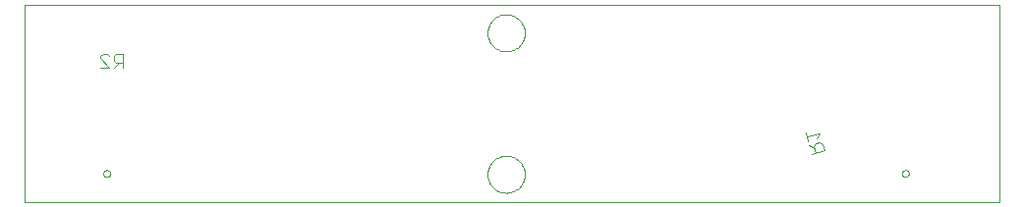
<source format=gbo>
G75*
%MOIN*%
%OFA0B0*%
%FSLAX24Y24*%
%IPPOS*%
%LPD*%
%AMOC8*
5,1,8,0,0,1.08239X$1,22.5*
%
%ADD10C,0.0000*%
%ADD11C,0.0040*%
D10*
X000100Y000100D02*
X000100Y006793D01*
X033171Y006793D01*
X033171Y000100D01*
X000100Y000100D01*
X002777Y001069D02*
X002779Y001090D01*
X002785Y001110D01*
X002794Y001130D01*
X002806Y001147D01*
X002821Y001161D01*
X002839Y001173D01*
X002859Y001181D01*
X002879Y001186D01*
X002900Y001187D01*
X002921Y001184D01*
X002941Y001178D01*
X002960Y001167D01*
X002977Y001154D01*
X002990Y001138D01*
X003001Y001120D01*
X003009Y001100D01*
X003013Y001080D01*
X003013Y001058D01*
X003009Y001038D01*
X003001Y001018D01*
X002990Y001000D01*
X002977Y000984D01*
X002960Y000971D01*
X002941Y000960D01*
X002921Y000954D01*
X002900Y000951D01*
X002879Y000952D01*
X002859Y000957D01*
X002839Y000965D01*
X002821Y000977D01*
X002806Y000991D01*
X002794Y001008D01*
X002785Y001028D01*
X002779Y001048D01*
X002777Y001069D01*
X015809Y001045D02*
X015811Y001095D01*
X015817Y001145D01*
X015827Y001194D01*
X015841Y001242D01*
X015858Y001289D01*
X015879Y001334D01*
X015904Y001378D01*
X015932Y001419D01*
X015964Y001458D01*
X015998Y001495D01*
X016035Y001529D01*
X016075Y001559D01*
X016117Y001586D01*
X016161Y001610D01*
X016207Y001631D01*
X016254Y001647D01*
X016302Y001660D01*
X016352Y001669D01*
X016401Y001674D01*
X016452Y001675D01*
X016502Y001672D01*
X016551Y001665D01*
X016600Y001654D01*
X016648Y001639D01*
X016694Y001621D01*
X016739Y001599D01*
X016782Y001573D01*
X016823Y001544D01*
X016862Y001512D01*
X016898Y001477D01*
X016930Y001439D01*
X016960Y001399D01*
X016987Y001356D01*
X017010Y001312D01*
X017029Y001266D01*
X017045Y001218D01*
X017057Y001169D01*
X017065Y001120D01*
X017069Y001070D01*
X017069Y001020D01*
X017065Y000970D01*
X017057Y000921D01*
X017045Y000872D01*
X017029Y000824D01*
X017010Y000778D01*
X016987Y000734D01*
X016960Y000691D01*
X016930Y000651D01*
X016898Y000613D01*
X016862Y000578D01*
X016823Y000546D01*
X016782Y000517D01*
X016739Y000491D01*
X016694Y000469D01*
X016648Y000451D01*
X016600Y000436D01*
X016551Y000425D01*
X016502Y000418D01*
X016452Y000415D01*
X016401Y000416D01*
X016352Y000421D01*
X016302Y000430D01*
X016254Y000443D01*
X016207Y000459D01*
X016161Y000480D01*
X016117Y000504D01*
X016075Y000531D01*
X016035Y000561D01*
X015998Y000595D01*
X015964Y000632D01*
X015932Y000671D01*
X015904Y000712D01*
X015879Y000756D01*
X015858Y000801D01*
X015841Y000848D01*
X015827Y000896D01*
X015817Y000945D01*
X015811Y000995D01*
X015809Y001045D01*
X029864Y001069D02*
X029866Y001090D01*
X029872Y001110D01*
X029881Y001130D01*
X029893Y001147D01*
X029908Y001161D01*
X029926Y001173D01*
X029946Y001181D01*
X029966Y001186D01*
X029987Y001187D01*
X030008Y001184D01*
X030028Y001178D01*
X030047Y001167D01*
X030064Y001154D01*
X030077Y001138D01*
X030088Y001120D01*
X030096Y001100D01*
X030100Y001080D01*
X030100Y001058D01*
X030096Y001038D01*
X030088Y001018D01*
X030077Y001000D01*
X030064Y000984D01*
X030047Y000971D01*
X030028Y000960D01*
X030008Y000954D01*
X029987Y000951D01*
X029966Y000952D01*
X029946Y000957D01*
X029926Y000965D01*
X029908Y000977D01*
X029893Y000991D01*
X029881Y001008D01*
X029872Y001028D01*
X029866Y001048D01*
X029864Y001069D01*
X015809Y005848D02*
X015811Y005898D01*
X015817Y005948D01*
X015827Y005997D01*
X015841Y006045D01*
X015858Y006092D01*
X015879Y006137D01*
X015904Y006181D01*
X015932Y006222D01*
X015964Y006261D01*
X015998Y006298D01*
X016035Y006332D01*
X016075Y006362D01*
X016117Y006389D01*
X016161Y006413D01*
X016207Y006434D01*
X016254Y006450D01*
X016302Y006463D01*
X016352Y006472D01*
X016401Y006477D01*
X016452Y006478D01*
X016502Y006475D01*
X016551Y006468D01*
X016600Y006457D01*
X016648Y006442D01*
X016694Y006424D01*
X016739Y006402D01*
X016782Y006376D01*
X016823Y006347D01*
X016862Y006315D01*
X016898Y006280D01*
X016930Y006242D01*
X016960Y006202D01*
X016987Y006159D01*
X017010Y006115D01*
X017029Y006069D01*
X017045Y006021D01*
X017057Y005972D01*
X017065Y005923D01*
X017069Y005873D01*
X017069Y005823D01*
X017065Y005773D01*
X017057Y005724D01*
X017045Y005675D01*
X017029Y005627D01*
X017010Y005581D01*
X016987Y005537D01*
X016960Y005494D01*
X016930Y005454D01*
X016898Y005416D01*
X016862Y005381D01*
X016823Y005349D01*
X016782Y005320D01*
X016739Y005294D01*
X016694Y005272D01*
X016648Y005254D01*
X016600Y005239D01*
X016551Y005228D01*
X016502Y005221D01*
X016452Y005218D01*
X016401Y005219D01*
X016352Y005224D01*
X016302Y005233D01*
X016254Y005246D01*
X016207Y005262D01*
X016161Y005283D01*
X016117Y005307D01*
X016075Y005334D01*
X016035Y005364D01*
X015998Y005398D01*
X015964Y005435D01*
X015932Y005474D01*
X015904Y005515D01*
X015879Y005559D01*
X015858Y005604D01*
X015841Y005651D01*
X015827Y005699D01*
X015817Y005748D01*
X015811Y005798D01*
X015809Y005848D01*
D11*
X003449Y005137D02*
X003449Y004676D01*
X003295Y004830D02*
X003142Y004676D01*
X002989Y004676D02*
X002682Y004983D01*
X002682Y005060D01*
X002758Y005137D01*
X002912Y005137D01*
X002989Y005060D01*
X003142Y005060D02*
X003219Y005137D01*
X003449Y005137D01*
X003142Y005060D02*
X003142Y004906D01*
X003219Y004830D01*
X003449Y004830D01*
X002989Y004676D02*
X002682Y004676D01*
X026594Y002474D02*
X026673Y002178D01*
X026935Y002089D02*
X026881Y001995D01*
X026941Y001773D01*
X026792Y001733D02*
X027237Y001852D01*
X027178Y002075D01*
X027084Y002129D01*
X026935Y002089D01*
X026901Y001921D02*
X026713Y002030D01*
X026970Y002257D02*
X027078Y002445D01*
X026634Y002326D01*
M02*

</source>
